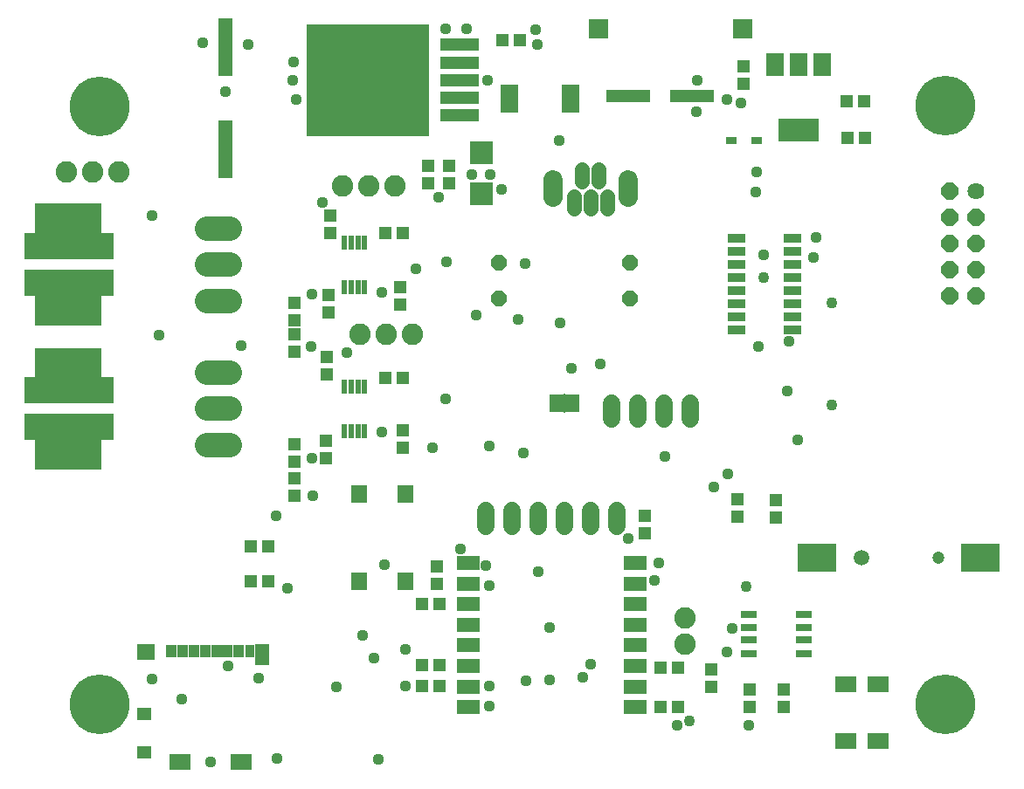
<source format=gts>
G75*
%MOIN*%
%OFA0B0*%
%FSLAX25Y25*%
%IPPOS*%
%LPD*%
%AMOC8*
5,1,8,0,0,1.08239X$1,22.5*
%
%ADD10R,0.34000X0.10000*%
%ADD11R,0.02375X0.05524*%
%ADD12R,0.04737X0.05131*%
%ADD13R,0.08674X0.08674*%
%ADD14R,0.05131X0.04737*%
%ADD15R,0.06700X0.08700*%
%ADD16R,0.15800X0.08700*%
%ADD17R,0.14600X0.04900*%
%ADD18R,0.46700X0.42800*%
%ADD19R,0.06706X0.10643*%
%ADD20R,0.03950X0.03162*%
%ADD21R,0.16800X0.05100*%
%ADD22C,0.08200*%
%ADD23R,0.08674X0.05524*%
%ADD24C,0.06800*%
%ADD25R,0.05500X0.21900*%
%ADD26R,0.04150X0.05100*%
%ADD27R,0.03750X0.05100*%
%ADD28R,0.05406X0.07859*%
%ADD29R,0.08309X0.06106*%
%ADD30R,0.05506X0.04755*%
%ADD31R,0.06908X0.06107*%
%ADD32C,0.05556*%
%ADD33C,0.07400*%
%ADD34R,0.06312X0.07099*%
%ADD35R,0.05400X0.07100*%
%ADD36R,0.00600X0.07200*%
%ADD37R,0.06800X0.03300*%
%ADD38R,0.25209X0.12611*%
%ADD39OC8,0.06000*%
%ADD40C,0.06400*%
%ADD41OC8,0.06400*%
%ADD42R,0.08280X0.05918*%
%ADD43R,0.05918X0.03162*%
%ADD44C,0.09200*%
%ADD45C,0.04737*%
%ADD46C,0.05918*%
%ADD47R,0.14737X0.11036*%
%ADD48C,0.22800*%
%ADD49C,0.04369*%
%ADD50R,0.07296X0.07296*%
%ADD51C,0.04300*%
D10*
X0057827Y0197531D03*
X0057827Y0211531D03*
X0057827Y0252531D03*
X0057827Y0266531D03*
D11*
X0162988Y0268022D03*
X0165547Y0268022D03*
X0168106Y0268022D03*
X0170665Y0268022D03*
X0170665Y0251040D03*
X0168106Y0251040D03*
X0165547Y0251040D03*
X0162988Y0251040D03*
X0162988Y0213022D03*
X0165547Y0213022D03*
X0168106Y0213022D03*
X0170665Y0213022D03*
X0170665Y0196040D03*
X0168106Y0196040D03*
X0165547Y0196040D03*
X0162988Y0196040D03*
D12*
X0155827Y0192178D03*
X0155827Y0185485D03*
X0185027Y0189685D03*
X0185027Y0196378D03*
X0185134Y0216208D03*
X0178441Y0216208D03*
X0156127Y0217685D03*
X0156127Y0224378D03*
X0156827Y0241185D03*
X0156827Y0247878D03*
X0184051Y0251000D03*
X0184051Y0244307D03*
X0185173Y0271531D03*
X0178480Y0271531D03*
X0157627Y0271585D03*
X0157627Y0278278D03*
X0194786Y0290589D03*
X0202950Y0290576D03*
X0202950Y0297269D03*
X0194786Y0297282D03*
X0315327Y0328585D03*
X0315327Y0335278D03*
X0277627Y0163778D03*
X0277627Y0157085D03*
X0199173Y0129831D03*
X0192480Y0129831D03*
X0192480Y0106531D03*
X0199173Y0106531D03*
X0199173Y0098531D03*
X0192480Y0098531D03*
X0133827Y0138531D03*
X0127134Y0138531D03*
X0127134Y0152031D03*
X0133827Y0152031D03*
X0283480Y0105531D03*
X0290173Y0105531D03*
X0317372Y0097309D03*
X0317372Y0090616D03*
D13*
X0215111Y0286501D03*
X0215111Y0302249D03*
D14*
X0223280Y0345338D03*
X0229972Y0345338D03*
X0354504Y0321827D03*
X0361197Y0321827D03*
X0361422Y0308002D03*
X0354729Y0308002D03*
X0143827Y0244878D03*
X0143827Y0238185D03*
X0143827Y0232878D03*
X0143827Y0226185D03*
X0143827Y0190878D03*
X0143827Y0184185D03*
X0143827Y0177878D03*
X0143827Y0171185D03*
X0198277Y0144467D03*
X0198277Y0137774D03*
X0283480Y0090531D03*
X0290173Y0090531D03*
X0302827Y0098185D03*
X0302827Y0104878D03*
X0330456Y0097361D03*
X0330456Y0090668D03*
X0327365Y0162923D03*
X0327365Y0169615D03*
X0312827Y0169878D03*
X0312827Y0163185D03*
D15*
X0327038Y0335931D03*
X0336038Y0335931D03*
X0345038Y0335931D03*
D16*
X0336138Y0311131D03*
D17*
X0206902Y0316690D03*
X0206902Y0323390D03*
X0206902Y0330090D03*
X0206902Y0336790D03*
X0206902Y0343490D03*
D18*
X0171702Y0330090D03*
D19*
X0225715Y0322884D03*
X0249337Y0322884D03*
D20*
X0310472Y0306901D03*
X0320315Y0306901D03*
D21*
X0295627Y0323931D03*
X0271027Y0323931D03*
D22*
X0182326Y0289631D03*
X0172326Y0289631D03*
X0162326Y0289631D03*
X0076737Y0294902D03*
X0066737Y0294902D03*
X0056737Y0294902D03*
X0057827Y0266531D03*
X0067827Y0266531D03*
X0047827Y0266531D03*
X0047827Y0252531D03*
X0057827Y0252531D03*
X0067827Y0252531D03*
X0067827Y0211531D03*
X0057827Y0211531D03*
X0047827Y0211531D03*
X0047827Y0197531D03*
X0057827Y0197531D03*
X0067827Y0197531D03*
X0168997Y0232816D03*
X0178997Y0232816D03*
X0188997Y0232816D03*
X0292827Y0124531D03*
X0292827Y0114531D03*
D23*
X0273827Y0114161D03*
X0273827Y0106287D03*
X0273827Y0098413D03*
X0273827Y0090539D03*
X0273827Y0122035D03*
X0273827Y0129909D03*
X0273827Y0137783D03*
X0273827Y0145657D03*
X0210047Y0145657D03*
X0210047Y0137783D03*
X0210047Y0129909D03*
X0210047Y0122035D03*
X0210047Y0114161D03*
X0210047Y0106287D03*
X0210047Y0098413D03*
X0210047Y0090539D03*
D24*
X0216827Y0159531D02*
X0216827Y0165531D01*
X0226827Y0165531D02*
X0226827Y0159531D01*
X0236827Y0159531D02*
X0236827Y0165531D01*
X0246827Y0165531D02*
X0246827Y0159531D01*
X0256827Y0159531D02*
X0256827Y0165531D01*
X0266827Y0165531D02*
X0266827Y0159531D01*
X0264827Y0200531D02*
X0264827Y0206531D01*
X0274827Y0206531D02*
X0274827Y0200531D01*
X0284827Y0200531D02*
X0284827Y0206531D01*
X0294827Y0206531D02*
X0294827Y0200531D01*
D25*
X0117426Y0303496D03*
X0117426Y0342696D03*
D26*
X0118328Y0112086D03*
X0114026Y0112086D03*
X0109733Y0112076D03*
X0105371Y0112067D03*
X0101061Y0112086D03*
X0096768Y0112086D03*
X0122684Y0112075D03*
D27*
X0126855Y0112076D03*
D28*
X0131578Y0110700D03*
D29*
X0100133Y0069536D03*
X0123614Y0069538D03*
D30*
X0086369Y0073350D03*
X0086369Y0087918D03*
D31*
X0087085Y0111590D03*
D32*
X0250528Y0281035D02*
X0250528Y0285791D01*
X0256827Y0285791D02*
X0256827Y0281035D01*
X0263126Y0281035D02*
X0263126Y0285791D01*
X0259976Y0291271D02*
X0259976Y0296027D01*
X0253677Y0296027D02*
X0253677Y0291271D01*
D33*
X0242457Y0291831D02*
X0242457Y0285231D01*
X0271197Y0285231D02*
X0271197Y0291831D01*
D34*
X0186239Y0171936D03*
X0168522Y0171936D03*
X0168522Y0138472D03*
X0186239Y0138472D03*
D35*
X0243827Y0206531D03*
X0249827Y0206531D03*
D36*
X0246827Y0206531D03*
D37*
X0312681Y0234740D03*
X0312681Y0239740D03*
X0312681Y0244740D03*
X0312681Y0249740D03*
X0312681Y0254740D03*
X0312681Y0259740D03*
X0312681Y0264740D03*
X0312681Y0269740D03*
X0333902Y0269740D03*
X0333902Y0264740D03*
X0333902Y0259740D03*
X0333902Y0254740D03*
X0333902Y0249740D03*
X0333902Y0244740D03*
X0333902Y0239740D03*
X0333902Y0234740D03*
D38*
X0057457Y0242665D03*
X0057583Y0221366D03*
X0057583Y0187508D03*
X0057457Y0276523D03*
D39*
X0221834Y0260256D03*
X0221827Y0246531D03*
X0271827Y0246531D03*
X0271834Y0260256D03*
D40*
X0403827Y0287531D03*
D41*
X0403827Y0277531D03*
X0393827Y0277531D03*
X0393827Y0287531D03*
X0393827Y0267531D03*
X0403827Y0267531D03*
X0403827Y0257531D03*
X0393827Y0257531D03*
X0393827Y0247531D03*
X0403827Y0247531D03*
D42*
X0366654Y0099246D03*
X0354055Y0099246D03*
X0354055Y0077593D03*
X0366654Y0077593D03*
D43*
X0338063Y0111051D03*
X0338063Y0116169D03*
X0338063Y0120894D03*
X0338063Y0126012D03*
X0317197Y0126012D03*
X0317197Y0120894D03*
X0317197Y0116169D03*
X0317197Y0111051D03*
D44*
X0119027Y0190752D02*
X0110627Y0190752D01*
X0110627Y0204531D02*
X0119027Y0204531D01*
X0119027Y0218311D02*
X0110627Y0218311D01*
X0110627Y0245752D02*
X0119027Y0245752D01*
X0119027Y0259531D02*
X0110627Y0259531D01*
X0110627Y0273311D02*
X0119027Y0273311D01*
D45*
X0389606Y0147531D03*
D46*
X0360079Y0147531D03*
D47*
X0343150Y0147531D03*
X0405551Y0147531D03*
D48*
X0392316Y0091741D03*
X0069504Y0091748D03*
X0069504Y0320134D03*
X0392316Y0320205D03*
D49*
X0320321Y0294947D03*
X0319702Y0287281D03*
X0342840Y0269870D03*
X0341899Y0262240D03*
X0322899Y0263240D03*
X0332367Y0230403D03*
X0320899Y0228240D03*
X0331805Y0211140D03*
X0335815Y0192512D03*
X0309327Y0179531D03*
X0303827Y0174531D03*
X0285089Y0186233D03*
X0231292Y0187735D03*
X0218089Y0190233D03*
X0196596Y0189656D03*
X0177040Y0195573D03*
X0201589Y0208233D03*
X0163714Y0226012D03*
X0150085Y0228245D03*
X0123655Y0228503D03*
X0092057Y0232748D03*
X0150540Y0248273D03*
X0177115Y0249112D03*
X0190262Y0257928D03*
X0201827Y0260531D03*
X0231827Y0260031D03*
X0229327Y0238531D03*
X0245089Y0237233D03*
X0213089Y0240233D03*
X0249673Y0220097D03*
X0260589Y0221733D03*
X0150637Y0185573D03*
X0150840Y0171273D03*
X0136827Y0163531D03*
X0178305Y0144882D03*
X0207053Y0150807D03*
X0216709Y0144505D03*
X0218327Y0137031D03*
X0236899Y0142240D03*
X0271204Y0154817D03*
X0282827Y0145531D03*
X0281283Y0139079D03*
X0310827Y0120531D03*
X0308827Y0111531D03*
X0256827Y0107031D03*
X0253717Y0101979D03*
X0241327Y0101031D03*
X0232260Y0100579D03*
X0218327Y0098531D03*
X0218327Y0091031D03*
X0186064Y0098619D03*
X0186211Y0112695D03*
X0174168Y0109441D03*
X0169827Y0118031D03*
X0141327Y0136031D03*
X0118360Y0106279D03*
X0130260Y0101579D03*
X0159898Y0098378D03*
X0175927Y0070470D03*
X0137123Y0070814D03*
X0111760Y0069479D03*
X0100827Y0093531D03*
X0089360Y0101279D03*
X0241327Y0121031D03*
X0289827Y0083531D03*
X0317260Y0083579D03*
X0089540Y0278273D03*
X0154401Y0283423D03*
X0198825Y0285210D03*
X0211677Y0293850D03*
X0218475Y0293880D03*
X0223022Y0288453D03*
X0244827Y0307031D03*
X0217620Y0329941D03*
X0236420Y0343504D03*
X0235826Y0349153D03*
X0209429Y0349571D03*
X0201429Y0349571D03*
X0143524Y0336926D03*
X0143179Y0329976D03*
X0144443Y0322566D03*
X0117502Y0325603D03*
X0126257Y0343716D03*
X0108720Y0344341D03*
X0297428Y0330043D03*
X0308718Y0322533D03*
X0314158Y0321349D03*
X0297088Y0317864D03*
D50*
X0314827Y0349531D03*
X0259827Y0349531D03*
D51*
X0322827Y0254531D03*
X0348827Y0245031D03*
X0348827Y0206031D03*
X0316327Y0136531D03*
X0294583Y0085200D03*
M02*

</source>
